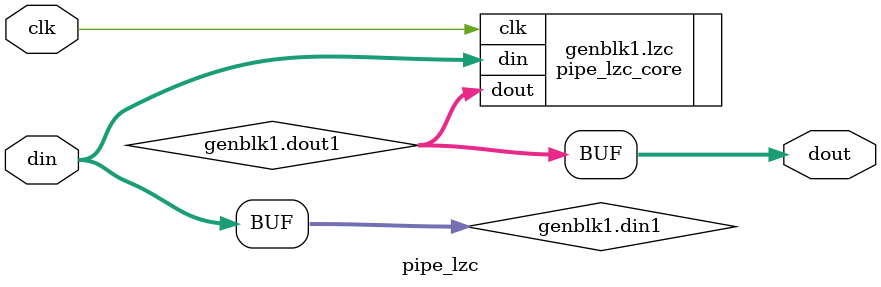
<source format=sv>

module pipe_lzc #(
    parameter SIZE = 64,
    parameter OUT_SIZE = $clog2(SIZE+1),
    parameter FAMILY = "Stratix 10" // "Agilex" or "Stratix 10" 
) (
    input clk,
    input [SIZE-1:0] din,
    output [OUT_SIZE-1:0] dout
);

generate

if (SIZE < 7) begin
    // Quartus generates very good circuit if SIZE is small
    reg [OUT_SIZE-1:0] doutr;
    integer i;
    always @(posedge clk) begin
        doutr <= SIZE;
        for (i = 0; i < SIZE; i=i+1)
            if (din[i] == 1)
                doutr <= SIZE-i-1;
    end    
    assign dout = doutr;
end 
else 
begin
    localparam SIZE2 = ((1 << $clog2(SIZE-2)) < SIZE) ? SIZE : (1 << $clog2(SIZE));
    localparam OUT_SIZE2 = $clog2(SIZE2+1);

    wire [SIZE2-1:0] din1;
    assign din1 = {din, {(SIZE2 - SIZE){1'b1}}};

    wire [OUT_SIZE2-1:0] dout1;
    
    pipe_lzc_core #(.SIZE(SIZE2), .OUT_SIZE(OUT_SIZE2), .FAMILY(FAMILY), .LEVEL(0)) lzc (.clk(clk), .din(din1), .dout(dout1)); 
    
    assign dout = dout1[OUT_SIZE-1:0];
    
end
endgenerate

endmodule


</source>
